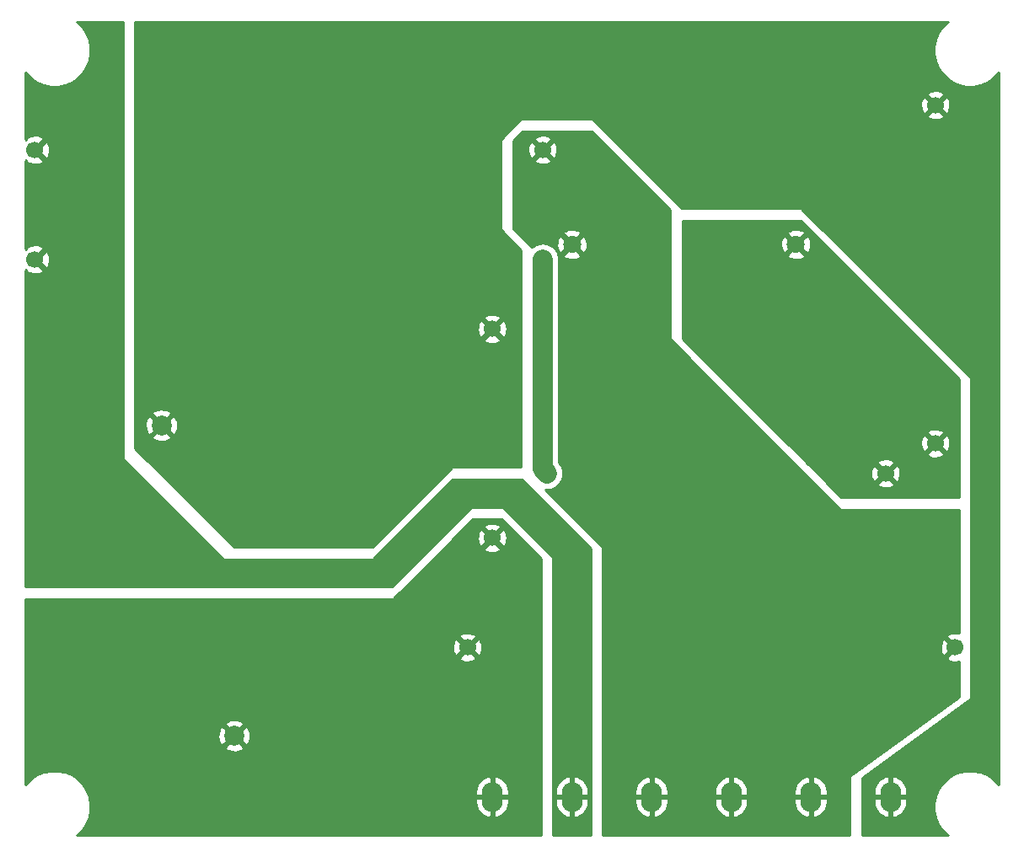
<source format=gbr>
G04 #@! TF.GenerationSoftware,KiCad,Pcbnew,(5.1.2)-2*
G04 #@! TF.CreationDate,2019-07-23T23:47:40+01:00*
G04 #@! TF.ProjectId,crossover,63726f73-736f-4766-9572-2e6b69636164,rev?*
G04 #@! TF.SameCoordinates,PX30a32c0PY7829b80*
G04 #@! TF.FileFunction,Copper,L2,Bot*
G04 #@! TF.FilePolarity,Positive*
%FSLAX46Y46*%
G04 Gerber Fmt 4.6, Leading zero omitted, Abs format (unit mm)*
G04 Created by KiCad (PCBNEW (5.1.2)-2) date 2019-07-23 23:47:40*
%MOMM*%
%LPD*%
G04 APERTURE LIST*
%ADD10C,2.000000*%
%ADD11C,1.800000*%
%ADD12C,1.700000*%
%ADD13O,2.100000X3.000000*%
%ADD14C,2.000000*%
%ADD15C,0.254000*%
G04 APERTURE END LIST*
D10*
X14775001Y42324999D03*
X22075001Y11124999D03*
D11*
X78500000Y60500000D03*
X56000000Y60500000D03*
D12*
X94500000Y20000000D03*
X45500000Y20000000D03*
X92500000Y40500000D03*
X92500000Y74500000D03*
X53500000Y37500000D03*
X87500000Y37500000D03*
X48000000Y31000000D03*
X48000000Y52000000D03*
D13*
X88000000Y5000000D03*
X80000000Y5000000D03*
X56000000Y5000000D03*
X64000000Y5000000D03*
X48000000Y5000000D03*
X72000000Y5000000D03*
D12*
X2060001Y59000000D03*
X53060001Y59000000D03*
X53060001Y70000000D03*
X2060001Y70000000D03*
D14*
X53060001Y37939999D02*
X53500000Y37500000D01*
X53060001Y59000000D02*
X53060001Y37939999D01*
D15*
G36*
X52873000Y28947394D02*
G01*
X52873000Y1127000D01*
X6228680Y1127000D01*
X6312078Y1182725D01*
X6817275Y1687922D01*
X7214206Y2281971D01*
X7487617Y2942043D01*
X7627000Y3642772D01*
X7627000Y4357228D01*
X7524408Y4873000D01*
X46315000Y4873000D01*
X46315000Y4423000D01*
X46372153Y4096713D01*
X46491864Y3787846D01*
X46669531Y3508268D01*
X46898327Y3268723D01*
X47169460Y3078417D01*
X47472510Y2944663D01*
X47611721Y2910346D01*
X47873000Y3029043D01*
X47873000Y4873000D01*
X48127000Y4873000D01*
X48127000Y3029043D01*
X48388279Y2910346D01*
X48527490Y2944663D01*
X48830540Y3078417D01*
X49101673Y3268723D01*
X49330469Y3508268D01*
X49508136Y3787846D01*
X49627847Y4096713D01*
X49685000Y4423000D01*
X49685000Y4873000D01*
X48127000Y4873000D01*
X47873000Y4873000D01*
X46315000Y4873000D01*
X7524408Y4873000D01*
X7487617Y5057957D01*
X7272623Y5577000D01*
X46315000Y5577000D01*
X46315000Y5127000D01*
X47873000Y5127000D01*
X47873000Y6970957D01*
X48127000Y6970957D01*
X48127000Y5127000D01*
X49685000Y5127000D01*
X49685000Y5577000D01*
X49627847Y5903287D01*
X49508136Y6212154D01*
X49330469Y6491732D01*
X49101673Y6731277D01*
X48830540Y6921583D01*
X48527490Y7055337D01*
X48388279Y7089654D01*
X48127000Y6970957D01*
X47873000Y6970957D01*
X47611721Y7089654D01*
X47472510Y7055337D01*
X47169460Y6921583D01*
X46898327Y6731277D01*
X46669531Y6491732D01*
X46491864Y6212154D01*
X46372153Y5903287D01*
X46315000Y5577000D01*
X7272623Y5577000D01*
X7214206Y5718029D01*
X6817275Y6312078D01*
X6312078Y6817275D01*
X5718029Y7214206D01*
X5057957Y7487617D01*
X4357228Y7627000D01*
X3642772Y7627000D01*
X2942043Y7487617D01*
X2281971Y7214206D01*
X1687922Y6817275D01*
X1182725Y6312078D01*
X1127000Y6228680D01*
X1127000Y9989586D01*
X21119193Y9989586D01*
X21214957Y9725185D01*
X21504572Y9584295D01*
X21816109Y9502615D01*
X22137596Y9483281D01*
X22456676Y9527038D01*
X22761089Y9632204D01*
X22935045Y9725185D01*
X23030809Y9989586D01*
X22075001Y10945394D01*
X21119193Y9989586D01*
X1127000Y9989586D01*
X1127000Y11062404D01*
X20433283Y11062404D01*
X20477040Y10743324D01*
X20582206Y10438911D01*
X20675187Y10264955D01*
X20939588Y10169191D01*
X21895396Y11124999D01*
X22254606Y11124999D01*
X23210414Y10169191D01*
X23474815Y10264955D01*
X23615705Y10554570D01*
X23697385Y10866107D01*
X23716719Y11187594D01*
X23672962Y11506674D01*
X23567796Y11811087D01*
X23474815Y11985043D01*
X23210414Y12080807D01*
X22254606Y11124999D01*
X21895396Y11124999D01*
X20939588Y12080807D01*
X20675187Y11985043D01*
X20534297Y11695428D01*
X20452617Y11383891D01*
X20433283Y11062404D01*
X1127000Y11062404D01*
X1127000Y12260412D01*
X21119193Y12260412D01*
X22075001Y11304604D01*
X23030809Y12260412D01*
X22935045Y12524813D01*
X22645430Y12665703D01*
X22333893Y12747383D01*
X22012406Y12766717D01*
X21693326Y12722960D01*
X21388913Y12617794D01*
X21214957Y12524813D01*
X21119193Y12260412D01*
X1127000Y12260412D01*
X1127000Y18971603D01*
X44651208Y18971603D01*
X44728843Y18722528D01*
X44992883Y18596629D01*
X45276411Y18524661D01*
X45568531Y18509389D01*
X45858019Y18551401D01*
X46133747Y18649081D01*
X46271157Y18722528D01*
X46348792Y18971603D01*
X45500000Y19820395D01*
X44651208Y18971603D01*
X1127000Y18971603D01*
X1127000Y19931469D01*
X44009389Y19931469D01*
X44051401Y19641981D01*
X44149081Y19366253D01*
X44222528Y19228843D01*
X44471603Y19151208D01*
X45320395Y20000000D01*
X45679605Y20000000D01*
X46528397Y19151208D01*
X46777472Y19228843D01*
X46903371Y19492883D01*
X46975339Y19776411D01*
X46990611Y20068531D01*
X46948599Y20358019D01*
X46850919Y20633747D01*
X46777472Y20771157D01*
X46528397Y20848792D01*
X45679605Y20000000D01*
X45320395Y20000000D01*
X44471603Y20848792D01*
X44222528Y20771157D01*
X44096629Y20507117D01*
X44024661Y20223589D01*
X44009389Y19931469D01*
X1127000Y19931469D01*
X1127000Y21028397D01*
X44651208Y21028397D01*
X45500000Y20179605D01*
X46348792Y21028397D01*
X46271157Y21277472D01*
X46007117Y21403371D01*
X45723589Y21475339D01*
X45431469Y21490611D01*
X45141981Y21448599D01*
X44866253Y21350919D01*
X44728843Y21277472D01*
X44651208Y21028397D01*
X1127000Y21028397D01*
X1127000Y24873000D01*
X38000000Y24873000D01*
X38024776Y24875440D01*
X38048601Y24882667D01*
X38070557Y24894403D01*
X38089803Y24910197D01*
X43151209Y29971603D01*
X47151208Y29971603D01*
X47228843Y29722528D01*
X47492883Y29596629D01*
X47776411Y29524661D01*
X48068531Y29509389D01*
X48358019Y29551401D01*
X48633747Y29649081D01*
X48771157Y29722528D01*
X48848792Y29971603D01*
X48000000Y30820395D01*
X47151208Y29971603D01*
X43151209Y29971603D01*
X44111075Y30931469D01*
X46509389Y30931469D01*
X46551401Y30641981D01*
X46649081Y30366253D01*
X46722528Y30228843D01*
X46971603Y30151208D01*
X47820395Y31000000D01*
X48179605Y31000000D01*
X49028397Y30151208D01*
X49277472Y30228843D01*
X49403371Y30492883D01*
X49475339Y30776411D01*
X49490611Y31068531D01*
X49448599Y31358019D01*
X49350919Y31633747D01*
X49277472Y31771157D01*
X49028397Y31848792D01*
X48179605Y31000000D01*
X47820395Y31000000D01*
X46971603Y31848792D01*
X46722528Y31771157D01*
X46596629Y31507117D01*
X46524661Y31223589D01*
X46509389Y30931469D01*
X44111075Y30931469D01*
X45208003Y32028397D01*
X47151208Y32028397D01*
X48000000Y31179605D01*
X48848792Y32028397D01*
X48771157Y32277472D01*
X48507117Y32403371D01*
X48223589Y32475339D01*
X47931469Y32490611D01*
X47641981Y32448599D01*
X47366253Y32350919D01*
X47228843Y32277472D01*
X47151208Y32028397D01*
X45208003Y32028397D01*
X46052606Y32873000D01*
X48947394Y32873000D01*
X52873000Y28947394D01*
X52873000Y28947394D01*
G37*
X52873000Y28947394D02*
X52873000Y1127000D01*
X6228680Y1127000D01*
X6312078Y1182725D01*
X6817275Y1687922D01*
X7214206Y2281971D01*
X7487617Y2942043D01*
X7627000Y3642772D01*
X7627000Y4357228D01*
X7524408Y4873000D01*
X46315000Y4873000D01*
X46315000Y4423000D01*
X46372153Y4096713D01*
X46491864Y3787846D01*
X46669531Y3508268D01*
X46898327Y3268723D01*
X47169460Y3078417D01*
X47472510Y2944663D01*
X47611721Y2910346D01*
X47873000Y3029043D01*
X47873000Y4873000D01*
X48127000Y4873000D01*
X48127000Y3029043D01*
X48388279Y2910346D01*
X48527490Y2944663D01*
X48830540Y3078417D01*
X49101673Y3268723D01*
X49330469Y3508268D01*
X49508136Y3787846D01*
X49627847Y4096713D01*
X49685000Y4423000D01*
X49685000Y4873000D01*
X48127000Y4873000D01*
X47873000Y4873000D01*
X46315000Y4873000D01*
X7524408Y4873000D01*
X7487617Y5057957D01*
X7272623Y5577000D01*
X46315000Y5577000D01*
X46315000Y5127000D01*
X47873000Y5127000D01*
X47873000Y6970957D01*
X48127000Y6970957D01*
X48127000Y5127000D01*
X49685000Y5127000D01*
X49685000Y5577000D01*
X49627847Y5903287D01*
X49508136Y6212154D01*
X49330469Y6491732D01*
X49101673Y6731277D01*
X48830540Y6921583D01*
X48527490Y7055337D01*
X48388279Y7089654D01*
X48127000Y6970957D01*
X47873000Y6970957D01*
X47611721Y7089654D01*
X47472510Y7055337D01*
X47169460Y6921583D01*
X46898327Y6731277D01*
X46669531Y6491732D01*
X46491864Y6212154D01*
X46372153Y5903287D01*
X46315000Y5577000D01*
X7272623Y5577000D01*
X7214206Y5718029D01*
X6817275Y6312078D01*
X6312078Y6817275D01*
X5718029Y7214206D01*
X5057957Y7487617D01*
X4357228Y7627000D01*
X3642772Y7627000D01*
X2942043Y7487617D01*
X2281971Y7214206D01*
X1687922Y6817275D01*
X1182725Y6312078D01*
X1127000Y6228680D01*
X1127000Y9989586D01*
X21119193Y9989586D01*
X21214957Y9725185D01*
X21504572Y9584295D01*
X21816109Y9502615D01*
X22137596Y9483281D01*
X22456676Y9527038D01*
X22761089Y9632204D01*
X22935045Y9725185D01*
X23030809Y9989586D01*
X22075001Y10945394D01*
X21119193Y9989586D01*
X1127000Y9989586D01*
X1127000Y11062404D01*
X20433283Y11062404D01*
X20477040Y10743324D01*
X20582206Y10438911D01*
X20675187Y10264955D01*
X20939588Y10169191D01*
X21895396Y11124999D01*
X22254606Y11124999D01*
X23210414Y10169191D01*
X23474815Y10264955D01*
X23615705Y10554570D01*
X23697385Y10866107D01*
X23716719Y11187594D01*
X23672962Y11506674D01*
X23567796Y11811087D01*
X23474815Y11985043D01*
X23210414Y12080807D01*
X22254606Y11124999D01*
X21895396Y11124999D01*
X20939588Y12080807D01*
X20675187Y11985043D01*
X20534297Y11695428D01*
X20452617Y11383891D01*
X20433283Y11062404D01*
X1127000Y11062404D01*
X1127000Y12260412D01*
X21119193Y12260412D01*
X22075001Y11304604D01*
X23030809Y12260412D01*
X22935045Y12524813D01*
X22645430Y12665703D01*
X22333893Y12747383D01*
X22012406Y12766717D01*
X21693326Y12722960D01*
X21388913Y12617794D01*
X21214957Y12524813D01*
X21119193Y12260412D01*
X1127000Y12260412D01*
X1127000Y18971603D01*
X44651208Y18971603D01*
X44728843Y18722528D01*
X44992883Y18596629D01*
X45276411Y18524661D01*
X45568531Y18509389D01*
X45858019Y18551401D01*
X46133747Y18649081D01*
X46271157Y18722528D01*
X46348792Y18971603D01*
X45500000Y19820395D01*
X44651208Y18971603D01*
X1127000Y18971603D01*
X1127000Y19931469D01*
X44009389Y19931469D01*
X44051401Y19641981D01*
X44149081Y19366253D01*
X44222528Y19228843D01*
X44471603Y19151208D01*
X45320395Y20000000D01*
X45679605Y20000000D01*
X46528397Y19151208D01*
X46777472Y19228843D01*
X46903371Y19492883D01*
X46975339Y19776411D01*
X46990611Y20068531D01*
X46948599Y20358019D01*
X46850919Y20633747D01*
X46777472Y20771157D01*
X46528397Y20848792D01*
X45679605Y20000000D01*
X45320395Y20000000D01*
X44471603Y20848792D01*
X44222528Y20771157D01*
X44096629Y20507117D01*
X44024661Y20223589D01*
X44009389Y19931469D01*
X1127000Y19931469D01*
X1127000Y21028397D01*
X44651208Y21028397D01*
X45500000Y20179605D01*
X46348792Y21028397D01*
X46271157Y21277472D01*
X46007117Y21403371D01*
X45723589Y21475339D01*
X45431469Y21490611D01*
X45141981Y21448599D01*
X44866253Y21350919D01*
X44728843Y21277472D01*
X44651208Y21028397D01*
X1127000Y21028397D01*
X1127000Y24873000D01*
X38000000Y24873000D01*
X38024776Y24875440D01*
X38048601Y24882667D01*
X38070557Y24894403D01*
X38089803Y24910197D01*
X43151209Y29971603D01*
X47151208Y29971603D01*
X47228843Y29722528D01*
X47492883Y29596629D01*
X47776411Y29524661D01*
X48068531Y29509389D01*
X48358019Y29551401D01*
X48633747Y29649081D01*
X48771157Y29722528D01*
X48848792Y29971603D01*
X48000000Y30820395D01*
X47151208Y29971603D01*
X43151209Y29971603D01*
X44111075Y30931469D01*
X46509389Y30931469D01*
X46551401Y30641981D01*
X46649081Y30366253D01*
X46722528Y30228843D01*
X46971603Y30151208D01*
X47820395Y31000000D01*
X48179605Y31000000D01*
X49028397Y30151208D01*
X49277472Y30228843D01*
X49403371Y30492883D01*
X49475339Y30776411D01*
X49490611Y31068531D01*
X49448599Y31358019D01*
X49350919Y31633747D01*
X49277472Y31771157D01*
X49028397Y31848792D01*
X48179605Y31000000D01*
X47820395Y31000000D01*
X46971603Y31848792D01*
X46722528Y31771157D01*
X46596629Y31507117D01*
X46524661Y31223589D01*
X46509389Y30931469D01*
X44111075Y30931469D01*
X45208003Y32028397D01*
X47151208Y32028397D01*
X48000000Y31179605D01*
X48848792Y32028397D01*
X48771157Y32277472D01*
X48507117Y32403371D01*
X48223589Y32475339D01*
X47931469Y32490611D01*
X47641981Y32448599D01*
X47366253Y32350919D01*
X47228843Y32277472D01*
X47151208Y32028397D01*
X45208003Y32028397D01*
X46052606Y32873000D01*
X48947394Y32873000D01*
X52873000Y28947394D01*
G36*
X65873000Y63947394D02*
G01*
X65873000Y51000000D01*
X65875440Y50975224D01*
X65882667Y50951399D01*
X65894403Y50929443D01*
X65910197Y50910197D01*
X82910197Y33910197D01*
X82929443Y33894403D01*
X82951399Y33882667D01*
X82975224Y33875440D01*
X83000000Y33873000D01*
X94873000Y33873000D01*
X94873000Y21437414D01*
X94723589Y21475339D01*
X94431469Y21490611D01*
X94141981Y21448599D01*
X93866253Y21350919D01*
X93728843Y21277472D01*
X93651208Y21028397D01*
X94500000Y20179605D01*
X94514143Y20193747D01*
X94693748Y20014142D01*
X94679605Y20000000D01*
X94693748Y19985857D01*
X94514143Y19806252D01*
X94500000Y19820395D01*
X93651208Y18971603D01*
X93728843Y18722528D01*
X93992883Y18596629D01*
X94276411Y18524661D01*
X94568531Y18509389D01*
X94858019Y18551401D01*
X94873000Y18556708D01*
X94873000Y15064671D01*
X83925302Y7102709D01*
X83906700Y7086163D01*
X83891683Y7066306D01*
X83880829Y7043900D01*
X83874554Y7019807D01*
X83873000Y7000000D01*
X83873000Y1127000D01*
X59127000Y1127000D01*
X59127000Y4873000D01*
X62315000Y4873000D01*
X62315000Y4423000D01*
X62372153Y4096713D01*
X62491864Y3787846D01*
X62669531Y3508268D01*
X62898327Y3268723D01*
X63169460Y3078417D01*
X63472510Y2944663D01*
X63611721Y2910346D01*
X63873000Y3029043D01*
X63873000Y4873000D01*
X64127000Y4873000D01*
X64127000Y3029043D01*
X64388279Y2910346D01*
X64527490Y2944663D01*
X64830540Y3078417D01*
X65101673Y3268723D01*
X65330469Y3508268D01*
X65508136Y3787846D01*
X65627847Y4096713D01*
X65685000Y4423000D01*
X65685000Y4873000D01*
X70315000Y4873000D01*
X70315000Y4423000D01*
X70372153Y4096713D01*
X70491864Y3787846D01*
X70669531Y3508268D01*
X70898327Y3268723D01*
X71169460Y3078417D01*
X71472510Y2944663D01*
X71611721Y2910346D01*
X71873000Y3029043D01*
X71873000Y4873000D01*
X72127000Y4873000D01*
X72127000Y3029043D01*
X72388279Y2910346D01*
X72527490Y2944663D01*
X72830540Y3078417D01*
X73101673Y3268723D01*
X73330469Y3508268D01*
X73508136Y3787846D01*
X73627847Y4096713D01*
X73685000Y4423000D01*
X73685000Y4873000D01*
X78315000Y4873000D01*
X78315000Y4423000D01*
X78372153Y4096713D01*
X78491864Y3787846D01*
X78669531Y3508268D01*
X78898327Y3268723D01*
X79169460Y3078417D01*
X79472510Y2944663D01*
X79611721Y2910346D01*
X79873000Y3029043D01*
X79873000Y4873000D01*
X80127000Y4873000D01*
X80127000Y3029043D01*
X80388279Y2910346D01*
X80527490Y2944663D01*
X80830540Y3078417D01*
X81101673Y3268723D01*
X81330469Y3508268D01*
X81508136Y3787846D01*
X81627847Y4096713D01*
X81685000Y4423000D01*
X81685000Y4873000D01*
X80127000Y4873000D01*
X79873000Y4873000D01*
X78315000Y4873000D01*
X73685000Y4873000D01*
X72127000Y4873000D01*
X71873000Y4873000D01*
X70315000Y4873000D01*
X65685000Y4873000D01*
X64127000Y4873000D01*
X63873000Y4873000D01*
X62315000Y4873000D01*
X59127000Y4873000D01*
X59127000Y5577000D01*
X62315000Y5577000D01*
X62315000Y5127000D01*
X63873000Y5127000D01*
X63873000Y6970957D01*
X64127000Y6970957D01*
X64127000Y5127000D01*
X65685000Y5127000D01*
X65685000Y5577000D01*
X70315000Y5577000D01*
X70315000Y5127000D01*
X71873000Y5127000D01*
X71873000Y6970957D01*
X72127000Y6970957D01*
X72127000Y5127000D01*
X73685000Y5127000D01*
X73685000Y5577000D01*
X78315000Y5577000D01*
X78315000Y5127000D01*
X79873000Y5127000D01*
X79873000Y6970957D01*
X80127000Y6970957D01*
X80127000Y5127000D01*
X81685000Y5127000D01*
X81685000Y5577000D01*
X81627847Y5903287D01*
X81508136Y6212154D01*
X81330469Y6491732D01*
X81101673Y6731277D01*
X80830540Y6921583D01*
X80527490Y7055337D01*
X80388279Y7089654D01*
X80127000Y6970957D01*
X79873000Y6970957D01*
X79611721Y7089654D01*
X79472510Y7055337D01*
X79169460Y6921583D01*
X78898327Y6731277D01*
X78669531Y6491732D01*
X78491864Y6212154D01*
X78372153Y5903287D01*
X78315000Y5577000D01*
X73685000Y5577000D01*
X73627847Y5903287D01*
X73508136Y6212154D01*
X73330469Y6491732D01*
X73101673Y6731277D01*
X72830540Y6921583D01*
X72527490Y7055337D01*
X72388279Y7089654D01*
X72127000Y6970957D01*
X71873000Y6970957D01*
X71611721Y7089654D01*
X71472510Y7055337D01*
X71169460Y6921583D01*
X70898327Y6731277D01*
X70669531Y6491732D01*
X70491864Y6212154D01*
X70372153Y5903287D01*
X70315000Y5577000D01*
X65685000Y5577000D01*
X65627847Y5903287D01*
X65508136Y6212154D01*
X65330469Y6491732D01*
X65101673Y6731277D01*
X64830540Y6921583D01*
X64527490Y7055337D01*
X64388279Y7089654D01*
X64127000Y6970957D01*
X63873000Y6970957D01*
X63611721Y7089654D01*
X63472510Y7055337D01*
X63169460Y6921583D01*
X62898327Y6731277D01*
X62669531Y6491732D01*
X62491864Y6212154D01*
X62372153Y5903287D01*
X62315000Y5577000D01*
X59127000Y5577000D01*
X59127000Y19931469D01*
X93009389Y19931469D01*
X93051401Y19641981D01*
X93149081Y19366253D01*
X93222528Y19228843D01*
X93471603Y19151208D01*
X94320395Y20000000D01*
X93471603Y20848792D01*
X93222528Y20771157D01*
X93096629Y20507117D01*
X93024661Y20223589D01*
X93009389Y19931469D01*
X59127000Y19931469D01*
X59127000Y30000000D01*
X59124560Y30024776D01*
X59117333Y30048601D01*
X59105597Y30070557D01*
X59089803Y30089803D01*
X53303127Y35876479D01*
X53500000Y35857088D01*
X53820516Y35888657D01*
X54128715Y35982148D01*
X54412752Y36133970D01*
X54661713Y36338287D01*
X54866030Y36587248D01*
X55017852Y36871285D01*
X55111343Y37179484D01*
X55142912Y37500000D01*
X55111343Y37820517D01*
X55017852Y38128714D01*
X54866030Y38412752D01*
X54712916Y38599323D01*
X54695001Y38617238D01*
X54695001Y59080322D01*
X54671344Y59320516D01*
X54636337Y59435920D01*
X55115525Y59435920D01*
X55199208Y59181739D01*
X55471775Y59050842D01*
X55764642Y58975635D01*
X56066553Y58959009D01*
X56365907Y59001603D01*
X56651199Y59101778D01*
X56800792Y59181739D01*
X56884475Y59435920D01*
X56000000Y60320395D01*
X55115525Y59435920D01*
X54636337Y59435920D01*
X54577853Y59628715D01*
X54426032Y59912752D01*
X54221715Y60161714D01*
X53972752Y60366031D01*
X53846626Y60433447D01*
X54459009Y60433447D01*
X54501603Y60134093D01*
X54601778Y59848801D01*
X54681739Y59699208D01*
X54935920Y59615525D01*
X55820395Y60500000D01*
X56179605Y60500000D01*
X57064080Y59615525D01*
X57318261Y59699208D01*
X57449158Y59971775D01*
X57524365Y60264642D01*
X57540991Y60566553D01*
X57498397Y60865907D01*
X57398222Y61151199D01*
X57318261Y61300792D01*
X57064080Y61384475D01*
X56179605Y60500000D01*
X55820395Y60500000D01*
X54935920Y61384475D01*
X54681739Y61300792D01*
X54550842Y61028225D01*
X54475635Y60735358D01*
X54459009Y60433447D01*
X53846626Y60433447D01*
X53688715Y60517852D01*
X53380516Y60611343D01*
X53060001Y60642911D01*
X52739485Y60611343D01*
X52431286Y60517852D01*
X52147249Y60366031D01*
X51963980Y60215626D01*
X50615526Y61564080D01*
X55115525Y61564080D01*
X56000000Y60679605D01*
X56884475Y61564080D01*
X56800792Y61818261D01*
X56528225Y61949158D01*
X56235358Y62024365D01*
X55933447Y62040991D01*
X55634093Y61998397D01*
X55348801Y61898222D01*
X55199208Y61818261D01*
X55115525Y61564080D01*
X50615526Y61564080D01*
X50127000Y62052606D01*
X50127000Y68971603D01*
X52211209Y68971603D01*
X52288844Y68722528D01*
X52552884Y68596629D01*
X52836412Y68524661D01*
X53128532Y68509389D01*
X53418020Y68551401D01*
X53693748Y68649081D01*
X53831158Y68722528D01*
X53908793Y68971603D01*
X53060001Y69820395D01*
X52211209Y68971603D01*
X50127000Y68971603D01*
X50127000Y69931469D01*
X51569390Y69931469D01*
X51611402Y69641981D01*
X51709082Y69366253D01*
X51782529Y69228843D01*
X52031604Y69151208D01*
X52880396Y70000000D01*
X53239606Y70000000D01*
X54088398Y69151208D01*
X54337473Y69228843D01*
X54463372Y69492883D01*
X54535340Y69776411D01*
X54550612Y70068531D01*
X54508600Y70358019D01*
X54410920Y70633747D01*
X54337473Y70771157D01*
X54088398Y70848792D01*
X53239606Y70000000D01*
X52880396Y70000000D01*
X52031604Y70848792D01*
X51782529Y70771157D01*
X51656630Y70507117D01*
X51584662Y70223589D01*
X51569390Y69931469D01*
X50127000Y69931469D01*
X50127000Y70947394D01*
X50208003Y71028397D01*
X52211209Y71028397D01*
X53060001Y70179605D01*
X53908793Y71028397D01*
X53831158Y71277472D01*
X53567118Y71403371D01*
X53283590Y71475339D01*
X52991470Y71490611D01*
X52701982Y71448599D01*
X52426254Y71350919D01*
X52288844Y71277472D01*
X52211209Y71028397D01*
X50208003Y71028397D01*
X51052606Y71873000D01*
X57947394Y71873000D01*
X65873000Y63947394D01*
X65873000Y63947394D01*
G37*
X65873000Y63947394D02*
X65873000Y51000000D01*
X65875440Y50975224D01*
X65882667Y50951399D01*
X65894403Y50929443D01*
X65910197Y50910197D01*
X82910197Y33910197D01*
X82929443Y33894403D01*
X82951399Y33882667D01*
X82975224Y33875440D01*
X83000000Y33873000D01*
X94873000Y33873000D01*
X94873000Y21437414D01*
X94723589Y21475339D01*
X94431469Y21490611D01*
X94141981Y21448599D01*
X93866253Y21350919D01*
X93728843Y21277472D01*
X93651208Y21028397D01*
X94500000Y20179605D01*
X94514143Y20193747D01*
X94693748Y20014142D01*
X94679605Y20000000D01*
X94693748Y19985857D01*
X94514143Y19806252D01*
X94500000Y19820395D01*
X93651208Y18971603D01*
X93728843Y18722528D01*
X93992883Y18596629D01*
X94276411Y18524661D01*
X94568531Y18509389D01*
X94858019Y18551401D01*
X94873000Y18556708D01*
X94873000Y15064671D01*
X83925302Y7102709D01*
X83906700Y7086163D01*
X83891683Y7066306D01*
X83880829Y7043900D01*
X83874554Y7019807D01*
X83873000Y7000000D01*
X83873000Y1127000D01*
X59127000Y1127000D01*
X59127000Y4873000D01*
X62315000Y4873000D01*
X62315000Y4423000D01*
X62372153Y4096713D01*
X62491864Y3787846D01*
X62669531Y3508268D01*
X62898327Y3268723D01*
X63169460Y3078417D01*
X63472510Y2944663D01*
X63611721Y2910346D01*
X63873000Y3029043D01*
X63873000Y4873000D01*
X64127000Y4873000D01*
X64127000Y3029043D01*
X64388279Y2910346D01*
X64527490Y2944663D01*
X64830540Y3078417D01*
X65101673Y3268723D01*
X65330469Y3508268D01*
X65508136Y3787846D01*
X65627847Y4096713D01*
X65685000Y4423000D01*
X65685000Y4873000D01*
X70315000Y4873000D01*
X70315000Y4423000D01*
X70372153Y4096713D01*
X70491864Y3787846D01*
X70669531Y3508268D01*
X70898327Y3268723D01*
X71169460Y3078417D01*
X71472510Y2944663D01*
X71611721Y2910346D01*
X71873000Y3029043D01*
X71873000Y4873000D01*
X72127000Y4873000D01*
X72127000Y3029043D01*
X72388279Y2910346D01*
X72527490Y2944663D01*
X72830540Y3078417D01*
X73101673Y3268723D01*
X73330469Y3508268D01*
X73508136Y3787846D01*
X73627847Y4096713D01*
X73685000Y4423000D01*
X73685000Y4873000D01*
X78315000Y4873000D01*
X78315000Y4423000D01*
X78372153Y4096713D01*
X78491864Y3787846D01*
X78669531Y3508268D01*
X78898327Y3268723D01*
X79169460Y3078417D01*
X79472510Y2944663D01*
X79611721Y2910346D01*
X79873000Y3029043D01*
X79873000Y4873000D01*
X80127000Y4873000D01*
X80127000Y3029043D01*
X80388279Y2910346D01*
X80527490Y2944663D01*
X80830540Y3078417D01*
X81101673Y3268723D01*
X81330469Y3508268D01*
X81508136Y3787846D01*
X81627847Y4096713D01*
X81685000Y4423000D01*
X81685000Y4873000D01*
X80127000Y4873000D01*
X79873000Y4873000D01*
X78315000Y4873000D01*
X73685000Y4873000D01*
X72127000Y4873000D01*
X71873000Y4873000D01*
X70315000Y4873000D01*
X65685000Y4873000D01*
X64127000Y4873000D01*
X63873000Y4873000D01*
X62315000Y4873000D01*
X59127000Y4873000D01*
X59127000Y5577000D01*
X62315000Y5577000D01*
X62315000Y5127000D01*
X63873000Y5127000D01*
X63873000Y6970957D01*
X64127000Y6970957D01*
X64127000Y5127000D01*
X65685000Y5127000D01*
X65685000Y5577000D01*
X70315000Y5577000D01*
X70315000Y5127000D01*
X71873000Y5127000D01*
X71873000Y6970957D01*
X72127000Y6970957D01*
X72127000Y5127000D01*
X73685000Y5127000D01*
X73685000Y5577000D01*
X78315000Y5577000D01*
X78315000Y5127000D01*
X79873000Y5127000D01*
X79873000Y6970957D01*
X80127000Y6970957D01*
X80127000Y5127000D01*
X81685000Y5127000D01*
X81685000Y5577000D01*
X81627847Y5903287D01*
X81508136Y6212154D01*
X81330469Y6491732D01*
X81101673Y6731277D01*
X80830540Y6921583D01*
X80527490Y7055337D01*
X80388279Y7089654D01*
X80127000Y6970957D01*
X79873000Y6970957D01*
X79611721Y7089654D01*
X79472510Y7055337D01*
X79169460Y6921583D01*
X78898327Y6731277D01*
X78669531Y6491732D01*
X78491864Y6212154D01*
X78372153Y5903287D01*
X78315000Y5577000D01*
X73685000Y5577000D01*
X73627847Y5903287D01*
X73508136Y6212154D01*
X73330469Y6491732D01*
X73101673Y6731277D01*
X72830540Y6921583D01*
X72527490Y7055337D01*
X72388279Y7089654D01*
X72127000Y6970957D01*
X71873000Y6970957D01*
X71611721Y7089654D01*
X71472510Y7055337D01*
X71169460Y6921583D01*
X70898327Y6731277D01*
X70669531Y6491732D01*
X70491864Y6212154D01*
X70372153Y5903287D01*
X70315000Y5577000D01*
X65685000Y5577000D01*
X65627847Y5903287D01*
X65508136Y6212154D01*
X65330469Y6491732D01*
X65101673Y6731277D01*
X64830540Y6921583D01*
X64527490Y7055337D01*
X64388279Y7089654D01*
X64127000Y6970957D01*
X63873000Y6970957D01*
X63611721Y7089654D01*
X63472510Y7055337D01*
X63169460Y6921583D01*
X62898327Y6731277D01*
X62669531Y6491732D01*
X62491864Y6212154D01*
X62372153Y5903287D01*
X62315000Y5577000D01*
X59127000Y5577000D01*
X59127000Y19931469D01*
X93009389Y19931469D01*
X93051401Y19641981D01*
X93149081Y19366253D01*
X93222528Y19228843D01*
X93471603Y19151208D01*
X94320395Y20000000D01*
X93471603Y20848792D01*
X93222528Y20771157D01*
X93096629Y20507117D01*
X93024661Y20223589D01*
X93009389Y19931469D01*
X59127000Y19931469D01*
X59127000Y30000000D01*
X59124560Y30024776D01*
X59117333Y30048601D01*
X59105597Y30070557D01*
X59089803Y30089803D01*
X53303127Y35876479D01*
X53500000Y35857088D01*
X53820516Y35888657D01*
X54128715Y35982148D01*
X54412752Y36133970D01*
X54661713Y36338287D01*
X54866030Y36587248D01*
X55017852Y36871285D01*
X55111343Y37179484D01*
X55142912Y37500000D01*
X55111343Y37820517D01*
X55017852Y38128714D01*
X54866030Y38412752D01*
X54712916Y38599323D01*
X54695001Y38617238D01*
X54695001Y59080322D01*
X54671344Y59320516D01*
X54636337Y59435920D01*
X55115525Y59435920D01*
X55199208Y59181739D01*
X55471775Y59050842D01*
X55764642Y58975635D01*
X56066553Y58959009D01*
X56365907Y59001603D01*
X56651199Y59101778D01*
X56800792Y59181739D01*
X56884475Y59435920D01*
X56000000Y60320395D01*
X55115525Y59435920D01*
X54636337Y59435920D01*
X54577853Y59628715D01*
X54426032Y59912752D01*
X54221715Y60161714D01*
X53972752Y60366031D01*
X53846626Y60433447D01*
X54459009Y60433447D01*
X54501603Y60134093D01*
X54601778Y59848801D01*
X54681739Y59699208D01*
X54935920Y59615525D01*
X55820395Y60500000D01*
X56179605Y60500000D01*
X57064080Y59615525D01*
X57318261Y59699208D01*
X57449158Y59971775D01*
X57524365Y60264642D01*
X57540991Y60566553D01*
X57498397Y60865907D01*
X57398222Y61151199D01*
X57318261Y61300792D01*
X57064080Y61384475D01*
X56179605Y60500000D01*
X55820395Y60500000D01*
X54935920Y61384475D01*
X54681739Y61300792D01*
X54550842Y61028225D01*
X54475635Y60735358D01*
X54459009Y60433447D01*
X53846626Y60433447D01*
X53688715Y60517852D01*
X53380516Y60611343D01*
X53060001Y60642911D01*
X52739485Y60611343D01*
X52431286Y60517852D01*
X52147249Y60366031D01*
X51963980Y60215626D01*
X50615526Y61564080D01*
X55115525Y61564080D01*
X56000000Y60679605D01*
X56884475Y61564080D01*
X56800792Y61818261D01*
X56528225Y61949158D01*
X56235358Y62024365D01*
X55933447Y62040991D01*
X55634093Y61998397D01*
X55348801Y61898222D01*
X55199208Y61818261D01*
X55115525Y61564080D01*
X50615526Y61564080D01*
X50127000Y62052606D01*
X50127000Y68971603D01*
X52211209Y68971603D01*
X52288844Y68722528D01*
X52552884Y68596629D01*
X52836412Y68524661D01*
X53128532Y68509389D01*
X53418020Y68551401D01*
X53693748Y68649081D01*
X53831158Y68722528D01*
X53908793Y68971603D01*
X53060001Y69820395D01*
X52211209Y68971603D01*
X50127000Y68971603D01*
X50127000Y69931469D01*
X51569390Y69931469D01*
X51611402Y69641981D01*
X51709082Y69366253D01*
X51782529Y69228843D01*
X52031604Y69151208D01*
X52880396Y70000000D01*
X53239606Y70000000D01*
X54088398Y69151208D01*
X54337473Y69228843D01*
X54463372Y69492883D01*
X54535340Y69776411D01*
X54550612Y70068531D01*
X54508600Y70358019D01*
X54410920Y70633747D01*
X54337473Y70771157D01*
X54088398Y70848792D01*
X53239606Y70000000D01*
X52880396Y70000000D01*
X52031604Y70848792D01*
X51782529Y70771157D01*
X51656630Y70507117D01*
X51584662Y70223589D01*
X51569390Y69931469D01*
X50127000Y69931469D01*
X50127000Y70947394D01*
X50208003Y71028397D01*
X52211209Y71028397D01*
X53060001Y70179605D01*
X53908793Y71028397D01*
X53831158Y71277472D01*
X53567118Y71403371D01*
X53283590Y71475339D01*
X52991470Y71490611D01*
X52701982Y71448599D01*
X52426254Y71350919D01*
X52288844Y71277472D01*
X52211209Y71028397D01*
X50208003Y71028397D01*
X51052606Y71873000D01*
X57947394Y71873000D01*
X65873000Y63947394D01*
G36*
X10873000Y39000000D02*
G01*
X10875440Y38975224D01*
X10882667Y38951399D01*
X10894403Y38929443D01*
X10910197Y38910197D01*
X20910197Y28910197D01*
X20929443Y28894403D01*
X20951399Y28882667D01*
X20975224Y28875440D01*
X21000000Y28873000D01*
X36000000Y28873000D01*
X36024776Y28875440D01*
X36048601Y28882667D01*
X36070557Y28894403D01*
X36089803Y28910197D01*
X44052606Y36873000D01*
X50947394Y36873000D01*
X57873000Y29947394D01*
X57873000Y1127000D01*
X54127000Y1127000D01*
X54127000Y4873000D01*
X54315000Y4873000D01*
X54315000Y4423000D01*
X54372153Y4096713D01*
X54491864Y3787846D01*
X54669531Y3508268D01*
X54898327Y3268723D01*
X55169460Y3078417D01*
X55472510Y2944663D01*
X55611721Y2910346D01*
X55873000Y3029043D01*
X55873000Y4873000D01*
X56127000Y4873000D01*
X56127000Y3029043D01*
X56388279Y2910346D01*
X56527490Y2944663D01*
X56830540Y3078417D01*
X57101673Y3268723D01*
X57330469Y3508268D01*
X57508136Y3787846D01*
X57627847Y4096713D01*
X57685000Y4423000D01*
X57685000Y4873000D01*
X56127000Y4873000D01*
X55873000Y4873000D01*
X54315000Y4873000D01*
X54127000Y4873000D01*
X54127000Y5577000D01*
X54315000Y5577000D01*
X54315000Y5127000D01*
X55873000Y5127000D01*
X55873000Y6970957D01*
X56127000Y6970957D01*
X56127000Y5127000D01*
X57685000Y5127000D01*
X57685000Y5577000D01*
X57627847Y5903287D01*
X57508136Y6212154D01*
X57330469Y6491732D01*
X57101673Y6731277D01*
X56830540Y6921583D01*
X56527490Y7055337D01*
X56388279Y7089654D01*
X56127000Y6970957D01*
X55873000Y6970957D01*
X55611721Y7089654D01*
X55472510Y7055337D01*
X55169460Y6921583D01*
X54898327Y6731277D01*
X54669531Y6491732D01*
X54491864Y6212154D01*
X54372153Y5903287D01*
X54315000Y5577000D01*
X54127000Y5577000D01*
X54127000Y29000000D01*
X54124560Y29024776D01*
X54117333Y29048601D01*
X54105597Y29070557D01*
X54089803Y29089803D01*
X49089803Y34089803D01*
X49070557Y34105597D01*
X49048601Y34117333D01*
X49024776Y34124560D01*
X49000000Y34127000D01*
X46000000Y34127000D01*
X45975224Y34124560D01*
X45951399Y34117333D01*
X45929443Y34105597D01*
X45910197Y34089803D01*
X37947394Y26127000D01*
X1127000Y26127000D01*
X1127000Y57887391D01*
X1211210Y57971601D01*
X1288844Y57722528D01*
X1552884Y57596629D01*
X1836412Y57524661D01*
X2128532Y57509389D01*
X2418020Y57551401D01*
X2693748Y57649081D01*
X2831158Y57722528D01*
X2908793Y57971603D01*
X2060001Y58820395D01*
X2045859Y58806252D01*
X1866254Y58985857D01*
X1880396Y59000000D01*
X2239606Y59000000D01*
X3088398Y58151208D01*
X3337473Y58228843D01*
X3463372Y58492883D01*
X3535340Y58776411D01*
X3550612Y59068531D01*
X3508600Y59358019D01*
X3410920Y59633747D01*
X3337473Y59771157D01*
X3088398Y59848792D01*
X2239606Y59000000D01*
X1880396Y59000000D01*
X1866254Y59014142D01*
X2045859Y59193747D01*
X2060001Y59179605D01*
X2908793Y60028397D01*
X2831158Y60277472D01*
X2567118Y60403371D01*
X2283590Y60475339D01*
X1991470Y60490611D01*
X1701982Y60448599D01*
X1426254Y60350919D01*
X1288844Y60277472D01*
X1211210Y60028399D01*
X1127000Y60112609D01*
X1127000Y68887391D01*
X1211210Y68971601D01*
X1288844Y68722528D01*
X1552884Y68596629D01*
X1836412Y68524661D01*
X2128532Y68509389D01*
X2418020Y68551401D01*
X2693748Y68649081D01*
X2831158Y68722528D01*
X2908793Y68971603D01*
X2060001Y69820395D01*
X2045859Y69806252D01*
X1866254Y69985857D01*
X1880396Y70000000D01*
X2239606Y70000000D01*
X3088398Y69151208D01*
X3337473Y69228843D01*
X3463372Y69492883D01*
X3535340Y69776411D01*
X3550612Y70068531D01*
X3508600Y70358019D01*
X3410920Y70633747D01*
X3337473Y70771157D01*
X3088398Y70848792D01*
X2239606Y70000000D01*
X1880396Y70000000D01*
X1866254Y70014142D01*
X2045859Y70193747D01*
X2060001Y70179605D01*
X2908793Y71028397D01*
X2831158Y71277472D01*
X2567118Y71403371D01*
X2283590Y71475339D01*
X1991470Y71490611D01*
X1701982Y71448599D01*
X1426254Y71350919D01*
X1288844Y71277472D01*
X1211210Y71028399D01*
X1127000Y71112609D01*
X1127000Y77771320D01*
X1182725Y77687922D01*
X1687922Y77182725D01*
X2281971Y76785794D01*
X2942043Y76512383D01*
X3642772Y76373000D01*
X4357228Y76373000D01*
X5057957Y76512383D01*
X5718029Y76785794D01*
X6312078Y77182725D01*
X6817275Y77687922D01*
X7214206Y78281971D01*
X7487617Y78942043D01*
X7627000Y79642772D01*
X7627000Y80357228D01*
X7487617Y81057957D01*
X7214206Y81718029D01*
X6817275Y82312078D01*
X6312078Y82817275D01*
X6228680Y82873000D01*
X10873000Y82873000D01*
X10873000Y39000000D01*
X10873000Y39000000D01*
G37*
X10873000Y39000000D02*
X10875440Y38975224D01*
X10882667Y38951399D01*
X10894403Y38929443D01*
X10910197Y38910197D01*
X20910197Y28910197D01*
X20929443Y28894403D01*
X20951399Y28882667D01*
X20975224Y28875440D01*
X21000000Y28873000D01*
X36000000Y28873000D01*
X36024776Y28875440D01*
X36048601Y28882667D01*
X36070557Y28894403D01*
X36089803Y28910197D01*
X44052606Y36873000D01*
X50947394Y36873000D01*
X57873000Y29947394D01*
X57873000Y1127000D01*
X54127000Y1127000D01*
X54127000Y4873000D01*
X54315000Y4873000D01*
X54315000Y4423000D01*
X54372153Y4096713D01*
X54491864Y3787846D01*
X54669531Y3508268D01*
X54898327Y3268723D01*
X55169460Y3078417D01*
X55472510Y2944663D01*
X55611721Y2910346D01*
X55873000Y3029043D01*
X55873000Y4873000D01*
X56127000Y4873000D01*
X56127000Y3029043D01*
X56388279Y2910346D01*
X56527490Y2944663D01*
X56830540Y3078417D01*
X57101673Y3268723D01*
X57330469Y3508268D01*
X57508136Y3787846D01*
X57627847Y4096713D01*
X57685000Y4423000D01*
X57685000Y4873000D01*
X56127000Y4873000D01*
X55873000Y4873000D01*
X54315000Y4873000D01*
X54127000Y4873000D01*
X54127000Y5577000D01*
X54315000Y5577000D01*
X54315000Y5127000D01*
X55873000Y5127000D01*
X55873000Y6970957D01*
X56127000Y6970957D01*
X56127000Y5127000D01*
X57685000Y5127000D01*
X57685000Y5577000D01*
X57627847Y5903287D01*
X57508136Y6212154D01*
X57330469Y6491732D01*
X57101673Y6731277D01*
X56830540Y6921583D01*
X56527490Y7055337D01*
X56388279Y7089654D01*
X56127000Y6970957D01*
X55873000Y6970957D01*
X55611721Y7089654D01*
X55472510Y7055337D01*
X55169460Y6921583D01*
X54898327Y6731277D01*
X54669531Y6491732D01*
X54491864Y6212154D01*
X54372153Y5903287D01*
X54315000Y5577000D01*
X54127000Y5577000D01*
X54127000Y29000000D01*
X54124560Y29024776D01*
X54117333Y29048601D01*
X54105597Y29070557D01*
X54089803Y29089803D01*
X49089803Y34089803D01*
X49070557Y34105597D01*
X49048601Y34117333D01*
X49024776Y34124560D01*
X49000000Y34127000D01*
X46000000Y34127000D01*
X45975224Y34124560D01*
X45951399Y34117333D01*
X45929443Y34105597D01*
X45910197Y34089803D01*
X37947394Y26127000D01*
X1127000Y26127000D01*
X1127000Y57887391D01*
X1211210Y57971601D01*
X1288844Y57722528D01*
X1552884Y57596629D01*
X1836412Y57524661D01*
X2128532Y57509389D01*
X2418020Y57551401D01*
X2693748Y57649081D01*
X2831158Y57722528D01*
X2908793Y57971603D01*
X2060001Y58820395D01*
X2045859Y58806252D01*
X1866254Y58985857D01*
X1880396Y59000000D01*
X2239606Y59000000D01*
X3088398Y58151208D01*
X3337473Y58228843D01*
X3463372Y58492883D01*
X3535340Y58776411D01*
X3550612Y59068531D01*
X3508600Y59358019D01*
X3410920Y59633747D01*
X3337473Y59771157D01*
X3088398Y59848792D01*
X2239606Y59000000D01*
X1880396Y59000000D01*
X1866254Y59014142D01*
X2045859Y59193747D01*
X2060001Y59179605D01*
X2908793Y60028397D01*
X2831158Y60277472D01*
X2567118Y60403371D01*
X2283590Y60475339D01*
X1991470Y60490611D01*
X1701982Y60448599D01*
X1426254Y60350919D01*
X1288844Y60277472D01*
X1211210Y60028399D01*
X1127000Y60112609D01*
X1127000Y68887391D01*
X1211210Y68971601D01*
X1288844Y68722528D01*
X1552884Y68596629D01*
X1836412Y68524661D01*
X2128532Y68509389D01*
X2418020Y68551401D01*
X2693748Y68649081D01*
X2831158Y68722528D01*
X2908793Y68971603D01*
X2060001Y69820395D01*
X2045859Y69806252D01*
X1866254Y69985857D01*
X1880396Y70000000D01*
X2239606Y70000000D01*
X3088398Y69151208D01*
X3337473Y69228843D01*
X3463372Y69492883D01*
X3535340Y69776411D01*
X3550612Y70068531D01*
X3508600Y70358019D01*
X3410920Y70633747D01*
X3337473Y70771157D01*
X3088398Y70848792D01*
X2239606Y70000000D01*
X1880396Y70000000D01*
X1866254Y70014142D01*
X2045859Y70193747D01*
X2060001Y70179605D01*
X2908793Y71028397D01*
X2831158Y71277472D01*
X2567118Y71403371D01*
X2283590Y71475339D01*
X1991470Y71490611D01*
X1701982Y71448599D01*
X1426254Y71350919D01*
X1288844Y71277472D01*
X1211210Y71028399D01*
X1127000Y71112609D01*
X1127000Y77771320D01*
X1182725Y77687922D01*
X1687922Y77182725D01*
X2281971Y76785794D01*
X2942043Y76512383D01*
X3642772Y76373000D01*
X4357228Y76373000D01*
X5057957Y76512383D01*
X5718029Y76785794D01*
X6312078Y77182725D01*
X6817275Y77687922D01*
X7214206Y78281971D01*
X7487617Y78942043D01*
X7627000Y79642772D01*
X7627000Y80357228D01*
X7487617Y81057957D01*
X7214206Y81718029D01*
X6817275Y82312078D01*
X6312078Y82817275D01*
X6228680Y82873000D01*
X10873000Y82873000D01*
X10873000Y39000000D01*
G36*
X93687922Y82817275D02*
G01*
X93182725Y82312078D01*
X92785794Y81718029D01*
X92512383Y81057957D01*
X92373000Y80357228D01*
X92373000Y79642772D01*
X92512383Y78942043D01*
X92785794Y78281971D01*
X93182725Y77687922D01*
X93687922Y77182725D01*
X94281971Y76785794D01*
X94942043Y76512383D01*
X95642772Y76373000D01*
X96357228Y76373000D01*
X97057957Y76512383D01*
X97718029Y76785794D01*
X98312078Y77182725D01*
X98817275Y77687922D01*
X98873000Y77771320D01*
X98873000Y6228680D01*
X98817275Y6312078D01*
X98312078Y6817275D01*
X97718029Y7214206D01*
X97057957Y7487617D01*
X96357228Y7627000D01*
X95642772Y7627000D01*
X94942043Y7487617D01*
X94281971Y7214206D01*
X93687922Y6817275D01*
X93182725Y6312078D01*
X92785794Y5718029D01*
X92512383Y5057957D01*
X92373000Y4357228D01*
X92373000Y3642772D01*
X92512383Y2942043D01*
X92785794Y2281971D01*
X93182725Y1687922D01*
X93687922Y1182725D01*
X93771320Y1127000D01*
X85127000Y1127000D01*
X85127000Y4873000D01*
X86315000Y4873000D01*
X86315000Y4423000D01*
X86372153Y4096713D01*
X86491864Y3787846D01*
X86669531Y3508268D01*
X86898327Y3268723D01*
X87169460Y3078417D01*
X87472510Y2944663D01*
X87611721Y2910346D01*
X87873000Y3029043D01*
X87873000Y4873000D01*
X88127000Y4873000D01*
X88127000Y3029043D01*
X88388279Y2910346D01*
X88527490Y2944663D01*
X88830540Y3078417D01*
X89101673Y3268723D01*
X89330469Y3508268D01*
X89508136Y3787846D01*
X89627847Y4096713D01*
X89685000Y4423000D01*
X89685000Y4873000D01*
X88127000Y4873000D01*
X87873000Y4873000D01*
X86315000Y4873000D01*
X85127000Y4873000D01*
X85127000Y5577000D01*
X86315000Y5577000D01*
X86315000Y5127000D01*
X87873000Y5127000D01*
X87873000Y6970957D01*
X88127000Y6970957D01*
X88127000Y5127000D01*
X89685000Y5127000D01*
X89685000Y5577000D01*
X89627847Y5903287D01*
X89508136Y6212154D01*
X89330469Y6491732D01*
X89101673Y6731277D01*
X88830540Y6921583D01*
X88527490Y7055337D01*
X88388279Y7089654D01*
X88127000Y6970957D01*
X87873000Y6970957D01*
X87611721Y7089654D01*
X87472510Y7055337D01*
X87169460Y6921583D01*
X86898327Y6731277D01*
X86669531Y6491732D01*
X86491864Y6212154D01*
X86372153Y5903287D01*
X86315000Y5577000D01*
X85127000Y5577000D01*
X85127000Y6935329D01*
X96074698Y14897291D01*
X96093300Y14913837D01*
X96108317Y14933694D01*
X96119171Y14956100D01*
X96125446Y14980193D01*
X96127000Y15000000D01*
X96127000Y47000000D01*
X96124560Y47024776D01*
X96117333Y47048601D01*
X96105597Y47070557D01*
X96089803Y47089803D01*
X79089803Y64089803D01*
X79070557Y64105597D01*
X79048601Y64117333D01*
X79024776Y64124560D01*
X79000000Y64127000D01*
X67052606Y64127000D01*
X58089803Y73089803D01*
X58070557Y73105597D01*
X58048601Y73117333D01*
X58024776Y73124560D01*
X58000000Y73127000D01*
X51000000Y73127000D01*
X50975224Y73124560D01*
X50951399Y73117333D01*
X50929443Y73105597D01*
X50910197Y73089803D01*
X48910197Y71089803D01*
X48894403Y71070557D01*
X48882667Y71048601D01*
X48875440Y71024776D01*
X48873000Y71000000D01*
X48873000Y62000000D01*
X48875440Y61975224D01*
X48882667Y61951399D01*
X48894403Y61929443D01*
X48910197Y61910197D01*
X50873000Y59947394D01*
X50873000Y38127000D01*
X44000000Y38127000D01*
X43975224Y38124560D01*
X43951399Y38117333D01*
X43929443Y38105597D01*
X43910197Y38089803D01*
X35947394Y30127000D01*
X22052606Y30127000D01*
X12127000Y40052606D01*
X12127000Y41189586D01*
X13819193Y41189586D01*
X13914957Y40925185D01*
X14204572Y40784295D01*
X14516109Y40702615D01*
X14837596Y40683281D01*
X15156676Y40727038D01*
X15461089Y40832204D01*
X15635045Y40925185D01*
X15730809Y41189586D01*
X14775001Y42145394D01*
X13819193Y41189586D01*
X12127000Y41189586D01*
X12127000Y42262404D01*
X13133283Y42262404D01*
X13177040Y41943324D01*
X13282206Y41638911D01*
X13375187Y41464955D01*
X13639588Y41369191D01*
X14595396Y42324999D01*
X14954606Y42324999D01*
X15910414Y41369191D01*
X16174815Y41464955D01*
X16315705Y41754570D01*
X16397385Y42066107D01*
X16416719Y42387594D01*
X16372962Y42706674D01*
X16267796Y43011087D01*
X16174815Y43185043D01*
X15910414Y43280807D01*
X14954606Y42324999D01*
X14595396Y42324999D01*
X13639588Y43280807D01*
X13375187Y43185043D01*
X13234297Y42895428D01*
X13152617Y42583891D01*
X13133283Y42262404D01*
X12127000Y42262404D01*
X12127000Y43460412D01*
X13819193Y43460412D01*
X14775001Y42504604D01*
X15730809Y43460412D01*
X15635045Y43724813D01*
X15345430Y43865703D01*
X15033893Y43947383D01*
X14712406Y43966717D01*
X14393326Y43922960D01*
X14088913Y43817794D01*
X13914957Y43724813D01*
X13819193Y43460412D01*
X12127000Y43460412D01*
X12127000Y50971603D01*
X47151208Y50971603D01*
X47228843Y50722528D01*
X47492883Y50596629D01*
X47776411Y50524661D01*
X48068531Y50509389D01*
X48358019Y50551401D01*
X48633747Y50649081D01*
X48771157Y50722528D01*
X48848792Y50971603D01*
X48000000Y51820395D01*
X47151208Y50971603D01*
X12127000Y50971603D01*
X12127000Y51931469D01*
X46509389Y51931469D01*
X46551401Y51641981D01*
X46649081Y51366253D01*
X46722528Y51228843D01*
X46971603Y51151208D01*
X47820395Y52000000D01*
X48179605Y52000000D01*
X49028397Y51151208D01*
X49277472Y51228843D01*
X49403371Y51492883D01*
X49475339Y51776411D01*
X49490611Y52068531D01*
X49448599Y52358019D01*
X49350919Y52633747D01*
X49277472Y52771157D01*
X49028397Y52848792D01*
X48179605Y52000000D01*
X47820395Y52000000D01*
X46971603Y52848792D01*
X46722528Y52771157D01*
X46596629Y52507117D01*
X46524661Y52223589D01*
X46509389Y51931469D01*
X12127000Y51931469D01*
X12127000Y53028397D01*
X47151208Y53028397D01*
X48000000Y52179605D01*
X48848792Y53028397D01*
X48771157Y53277472D01*
X48507117Y53403371D01*
X48223589Y53475339D01*
X47931469Y53490611D01*
X47641981Y53448599D01*
X47366253Y53350919D01*
X47228843Y53277472D01*
X47151208Y53028397D01*
X12127000Y53028397D01*
X12127000Y73471603D01*
X91651208Y73471603D01*
X91728843Y73222528D01*
X91992883Y73096629D01*
X92276411Y73024661D01*
X92568531Y73009389D01*
X92858019Y73051401D01*
X93133747Y73149081D01*
X93271157Y73222528D01*
X93348792Y73471603D01*
X92500000Y74320395D01*
X91651208Y73471603D01*
X12127000Y73471603D01*
X12127000Y74431469D01*
X91009389Y74431469D01*
X91051401Y74141981D01*
X91149081Y73866253D01*
X91222528Y73728843D01*
X91471603Y73651208D01*
X92320395Y74500000D01*
X92679605Y74500000D01*
X93528397Y73651208D01*
X93777472Y73728843D01*
X93903371Y73992883D01*
X93975339Y74276411D01*
X93990611Y74568531D01*
X93948599Y74858019D01*
X93850919Y75133747D01*
X93777472Y75271157D01*
X93528397Y75348792D01*
X92679605Y74500000D01*
X92320395Y74500000D01*
X91471603Y75348792D01*
X91222528Y75271157D01*
X91096629Y75007117D01*
X91024661Y74723589D01*
X91009389Y74431469D01*
X12127000Y74431469D01*
X12127000Y75528397D01*
X91651208Y75528397D01*
X92500000Y74679605D01*
X93348792Y75528397D01*
X93271157Y75777472D01*
X93007117Y75903371D01*
X92723589Y75975339D01*
X92431469Y75990611D01*
X92141981Y75948599D01*
X91866253Y75850919D01*
X91728843Y75777472D01*
X91651208Y75528397D01*
X12127000Y75528397D01*
X12127000Y82873000D01*
X93771320Y82873000D01*
X93687922Y82817275D01*
X93687922Y82817275D01*
G37*
X93687922Y82817275D02*
X93182725Y82312078D01*
X92785794Y81718029D01*
X92512383Y81057957D01*
X92373000Y80357228D01*
X92373000Y79642772D01*
X92512383Y78942043D01*
X92785794Y78281971D01*
X93182725Y77687922D01*
X93687922Y77182725D01*
X94281971Y76785794D01*
X94942043Y76512383D01*
X95642772Y76373000D01*
X96357228Y76373000D01*
X97057957Y76512383D01*
X97718029Y76785794D01*
X98312078Y77182725D01*
X98817275Y77687922D01*
X98873000Y77771320D01*
X98873000Y6228680D01*
X98817275Y6312078D01*
X98312078Y6817275D01*
X97718029Y7214206D01*
X97057957Y7487617D01*
X96357228Y7627000D01*
X95642772Y7627000D01*
X94942043Y7487617D01*
X94281971Y7214206D01*
X93687922Y6817275D01*
X93182725Y6312078D01*
X92785794Y5718029D01*
X92512383Y5057957D01*
X92373000Y4357228D01*
X92373000Y3642772D01*
X92512383Y2942043D01*
X92785794Y2281971D01*
X93182725Y1687922D01*
X93687922Y1182725D01*
X93771320Y1127000D01*
X85127000Y1127000D01*
X85127000Y4873000D01*
X86315000Y4873000D01*
X86315000Y4423000D01*
X86372153Y4096713D01*
X86491864Y3787846D01*
X86669531Y3508268D01*
X86898327Y3268723D01*
X87169460Y3078417D01*
X87472510Y2944663D01*
X87611721Y2910346D01*
X87873000Y3029043D01*
X87873000Y4873000D01*
X88127000Y4873000D01*
X88127000Y3029043D01*
X88388279Y2910346D01*
X88527490Y2944663D01*
X88830540Y3078417D01*
X89101673Y3268723D01*
X89330469Y3508268D01*
X89508136Y3787846D01*
X89627847Y4096713D01*
X89685000Y4423000D01*
X89685000Y4873000D01*
X88127000Y4873000D01*
X87873000Y4873000D01*
X86315000Y4873000D01*
X85127000Y4873000D01*
X85127000Y5577000D01*
X86315000Y5577000D01*
X86315000Y5127000D01*
X87873000Y5127000D01*
X87873000Y6970957D01*
X88127000Y6970957D01*
X88127000Y5127000D01*
X89685000Y5127000D01*
X89685000Y5577000D01*
X89627847Y5903287D01*
X89508136Y6212154D01*
X89330469Y6491732D01*
X89101673Y6731277D01*
X88830540Y6921583D01*
X88527490Y7055337D01*
X88388279Y7089654D01*
X88127000Y6970957D01*
X87873000Y6970957D01*
X87611721Y7089654D01*
X87472510Y7055337D01*
X87169460Y6921583D01*
X86898327Y6731277D01*
X86669531Y6491732D01*
X86491864Y6212154D01*
X86372153Y5903287D01*
X86315000Y5577000D01*
X85127000Y5577000D01*
X85127000Y6935329D01*
X96074698Y14897291D01*
X96093300Y14913837D01*
X96108317Y14933694D01*
X96119171Y14956100D01*
X96125446Y14980193D01*
X96127000Y15000000D01*
X96127000Y47000000D01*
X96124560Y47024776D01*
X96117333Y47048601D01*
X96105597Y47070557D01*
X96089803Y47089803D01*
X79089803Y64089803D01*
X79070557Y64105597D01*
X79048601Y64117333D01*
X79024776Y64124560D01*
X79000000Y64127000D01*
X67052606Y64127000D01*
X58089803Y73089803D01*
X58070557Y73105597D01*
X58048601Y73117333D01*
X58024776Y73124560D01*
X58000000Y73127000D01*
X51000000Y73127000D01*
X50975224Y73124560D01*
X50951399Y73117333D01*
X50929443Y73105597D01*
X50910197Y73089803D01*
X48910197Y71089803D01*
X48894403Y71070557D01*
X48882667Y71048601D01*
X48875440Y71024776D01*
X48873000Y71000000D01*
X48873000Y62000000D01*
X48875440Y61975224D01*
X48882667Y61951399D01*
X48894403Y61929443D01*
X48910197Y61910197D01*
X50873000Y59947394D01*
X50873000Y38127000D01*
X44000000Y38127000D01*
X43975224Y38124560D01*
X43951399Y38117333D01*
X43929443Y38105597D01*
X43910197Y38089803D01*
X35947394Y30127000D01*
X22052606Y30127000D01*
X12127000Y40052606D01*
X12127000Y41189586D01*
X13819193Y41189586D01*
X13914957Y40925185D01*
X14204572Y40784295D01*
X14516109Y40702615D01*
X14837596Y40683281D01*
X15156676Y40727038D01*
X15461089Y40832204D01*
X15635045Y40925185D01*
X15730809Y41189586D01*
X14775001Y42145394D01*
X13819193Y41189586D01*
X12127000Y41189586D01*
X12127000Y42262404D01*
X13133283Y42262404D01*
X13177040Y41943324D01*
X13282206Y41638911D01*
X13375187Y41464955D01*
X13639588Y41369191D01*
X14595396Y42324999D01*
X14954606Y42324999D01*
X15910414Y41369191D01*
X16174815Y41464955D01*
X16315705Y41754570D01*
X16397385Y42066107D01*
X16416719Y42387594D01*
X16372962Y42706674D01*
X16267796Y43011087D01*
X16174815Y43185043D01*
X15910414Y43280807D01*
X14954606Y42324999D01*
X14595396Y42324999D01*
X13639588Y43280807D01*
X13375187Y43185043D01*
X13234297Y42895428D01*
X13152617Y42583891D01*
X13133283Y42262404D01*
X12127000Y42262404D01*
X12127000Y43460412D01*
X13819193Y43460412D01*
X14775001Y42504604D01*
X15730809Y43460412D01*
X15635045Y43724813D01*
X15345430Y43865703D01*
X15033893Y43947383D01*
X14712406Y43966717D01*
X14393326Y43922960D01*
X14088913Y43817794D01*
X13914957Y43724813D01*
X13819193Y43460412D01*
X12127000Y43460412D01*
X12127000Y50971603D01*
X47151208Y50971603D01*
X47228843Y50722528D01*
X47492883Y50596629D01*
X47776411Y50524661D01*
X48068531Y50509389D01*
X48358019Y50551401D01*
X48633747Y50649081D01*
X48771157Y50722528D01*
X48848792Y50971603D01*
X48000000Y51820395D01*
X47151208Y50971603D01*
X12127000Y50971603D01*
X12127000Y51931469D01*
X46509389Y51931469D01*
X46551401Y51641981D01*
X46649081Y51366253D01*
X46722528Y51228843D01*
X46971603Y51151208D01*
X47820395Y52000000D01*
X48179605Y52000000D01*
X49028397Y51151208D01*
X49277472Y51228843D01*
X49403371Y51492883D01*
X49475339Y51776411D01*
X49490611Y52068531D01*
X49448599Y52358019D01*
X49350919Y52633747D01*
X49277472Y52771157D01*
X49028397Y52848792D01*
X48179605Y52000000D01*
X47820395Y52000000D01*
X46971603Y52848792D01*
X46722528Y52771157D01*
X46596629Y52507117D01*
X46524661Y52223589D01*
X46509389Y51931469D01*
X12127000Y51931469D01*
X12127000Y53028397D01*
X47151208Y53028397D01*
X48000000Y52179605D01*
X48848792Y53028397D01*
X48771157Y53277472D01*
X48507117Y53403371D01*
X48223589Y53475339D01*
X47931469Y53490611D01*
X47641981Y53448599D01*
X47366253Y53350919D01*
X47228843Y53277472D01*
X47151208Y53028397D01*
X12127000Y53028397D01*
X12127000Y73471603D01*
X91651208Y73471603D01*
X91728843Y73222528D01*
X91992883Y73096629D01*
X92276411Y73024661D01*
X92568531Y73009389D01*
X92858019Y73051401D01*
X93133747Y73149081D01*
X93271157Y73222528D01*
X93348792Y73471603D01*
X92500000Y74320395D01*
X91651208Y73471603D01*
X12127000Y73471603D01*
X12127000Y74431469D01*
X91009389Y74431469D01*
X91051401Y74141981D01*
X91149081Y73866253D01*
X91222528Y73728843D01*
X91471603Y73651208D01*
X92320395Y74500000D01*
X92679605Y74500000D01*
X93528397Y73651208D01*
X93777472Y73728843D01*
X93903371Y73992883D01*
X93975339Y74276411D01*
X93990611Y74568531D01*
X93948599Y74858019D01*
X93850919Y75133747D01*
X93777472Y75271157D01*
X93528397Y75348792D01*
X92679605Y74500000D01*
X92320395Y74500000D01*
X91471603Y75348792D01*
X91222528Y75271157D01*
X91096629Y75007117D01*
X91024661Y74723589D01*
X91009389Y74431469D01*
X12127000Y74431469D01*
X12127000Y75528397D01*
X91651208Y75528397D01*
X92500000Y74679605D01*
X93348792Y75528397D01*
X93271157Y75777472D01*
X93007117Y75903371D01*
X92723589Y75975339D01*
X92431469Y75990611D01*
X92141981Y75948599D01*
X91866253Y75850919D01*
X91728843Y75777472D01*
X91651208Y75528397D01*
X12127000Y75528397D01*
X12127000Y82873000D01*
X93771320Y82873000D01*
X93687922Y82817275D01*
G36*
X94873000Y46947394D02*
G01*
X94873000Y35127000D01*
X83052606Y35127000D01*
X81708003Y36471603D01*
X86651208Y36471603D01*
X86728843Y36222528D01*
X86992883Y36096629D01*
X87276411Y36024661D01*
X87568531Y36009389D01*
X87858019Y36051401D01*
X88133747Y36149081D01*
X88271157Y36222528D01*
X88348792Y36471603D01*
X87500000Y37320395D01*
X86651208Y36471603D01*
X81708003Y36471603D01*
X80748137Y37431469D01*
X86009389Y37431469D01*
X86051401Y37141981D01*
X86149081Y36866253D01*
X86222528Y36728843D01*
X86471603Y36651208D01*
X87320395Y37500000D01*
X87679605Y37500000D01*
X88528397Y36651208D01*
X88777472Y36728843D01*
X88903371Y36992883D01*
X88975339Y37276411D01*
X88990611Y37568531D01*
X88948599Y37858019D01*
X88850919Y38133747D01*
X88777472Y38271157D01*
X88528397Y38348792D01*
X87679605Y37500000D01*
X87320395Y37500000D01*
X86471603Y38348792D01*
X86222528Y38271157D01*
X86096629Y38007117D01*
X86024661Y37723589D01*
X86009389Y37431469D01*
X80748137Y37431469D01*
X79651209Y38528397D01*
X86651208Y38528397D01*
X87500000Y37679605D01*
X88348792Y38528397D01*
X88271157Y38777472D01*
X88007117Y38903371D01*
X87723589Y38975339D01*
X87431469Y38990611D01*
X87141981Y38948599D01*
X86866253Y38850919D01*
X86728843Y38777472D01*
X86651208Y38528397D01*
X79651209Y38528397D01*
X78708003Y39471603D01*
X91651208Y39471603D01*
X91728843Y39222528D01*
X91992883Y39096629D01*
X92276411Y39024661D01*
X92568531Y39009389D01*
X92858019Y39051401D01*
X93133747Y39149081D01*
X93271157Y39222528D01*
X93348792Y39471603D01*
X92500000Y40320395D01*
X91651208Y39471603D01*
X78708003Y39471603D01*
X77748137Y40431469D01*
X91009389Y40431469D01*
X91051401Y40141981D01*
X91149081Y39866253D01*
X91222528Y39728843D01*
X91471603Y39651208D01*
X92320395Y40500000D01*
X92679605Y40500000D01*
X93528397Y39651208D01*
X93777472Y39728843D01*
X93903371Y39992883D01*
X93975339Y40276411D01*
X93990611Y40568531D01*
X93948599Y40858019D01*
X93850919Y41133747D01*
X93777472Y41271157D01*
X93528397Y41348792D01*
X92679605Y40500000D01*
X92320395Y40500000D01*
X91471603Y41348792D01*
X91222528Y41271157D01*
X91096629Y41007117D01*
X91024661Y40723589D01*
X91009389Y40431469D01*
X77748137Y40431469D01*
X76651209Y41528397D01*
X91651208Y41528397D01*
X92500000Y40679605D01*
X93348792Y41528397D01*
X93271157Y41777472D01*
X93007117Y41903371D01*
X92723589Y41975339D01*
X92431469Y41990611D01*
X92141981Y41948599D01*
X91866253Y41850919D01*
X91728843Y41777472D01*
X91651208Y41528397D01*
X76651209Y41528397D01*
X67127000Y51052606D01*
X67127000Y59435920D01*
X77615525Y59435920D01*
X77699208Y59181739D01*
X77971775Y59050842D01*
X78264642Y58975635D01*
X78566553Y58959009D01*
X78865907Y59001603D01*
X79151199Y59101778D01*
X79300792Y59181739D01*
X79384475Y59435920D01*
X78500000Y60320395D01*
X77615525Y59435920D01*
X67127000Y59435920D01*
X67127000Y60433447D01*
X76959009Y60433447D01*
X77001603Y60134093D01*
X77101778Y59848801D01*
X77181739Y59699208D01*
X77435920Y59615525D01*
X78320395Y60500000D01*
X78679605Y60500000D01*
X79564080Y59615525D01*
X79818261Y59699208D01*
X79949158Y59971775D01*
X80024365Y60264642D01*
X80040991Y60566553D01*
X79998397Y60865907D01*
X79898222Y61151199D01*
X79818261Y61300792D01*
X79564080Y61384475D01*
X78679605Y60500000D01*
X78320395Y60500000D01*
X77435920Y61384475D01*
X77181739Y61300792D01*
X77050842Y61028225D01*
X76975635Y60735358D01*
X76959009Y60433447D01*
X67127000Y60433447D01*
X67127000Y61564080D01*
X77615525Y61564080D01*
X78500000Y60679605D01*
X79384475Y61564080D01*
X79300792Y61818261D01*
X79028225Y61949158D01*
X78735358Y62024365D01*
X78433447Y62040991D01*
X78134093Y61998397D01*
X77848801Y61898222D01*
X77699208Y61818261D01*
X77615525Y61564080D01*
X67127000Y61564080D01*
X67127000Y62873000D01*
X78947394Y62873000D01*
X94873000Y46947394D01*
X94873000Y46947394D01*
G37*
X94873000Y46947394D02*
X94873000Y35127000D01*
X83052606Y35127000D01*
X81708003Y36471603D01*
X86651208Y36471603D01*
X86728843Y36222528D01*
X86992883Y36096629D01*
X87276411Y36024661D01*
X87568531Y36009389D01*
X87858019Y36051401D01*
X88133747Y36149081D01*
X88271157Y36222528D01*
X88348792Y36471603D01*
X87500000Y37320395D01*
X86651208Y36471603D01*
X81708003Y36471603D01*
X80748137Y37431469D01*
X86009389Y37431469D01*
X86051401Y37141981D01*
X86149081Y36866253D01*
X86222528Y36728843D01*
X86471603Y36651208D01*
X87320395Y37500000D01*
X87679605Y37500000D01*
X88528397Y36651208D01*
X88777472Y36728843D01*
X88903371Y36992883D01*
X88975339Y37276411D01*
X88990611Y37568531D01*
X88948599Y37858019D01*
X88850919Y38133747D01*
X88777472Y38271157D01*
X88528397Y38348792D01*
X87679605Y37500000D01*
X87320395Y37500000D01*
X86471603Y38348792D01*
X86222528Y38271157D01*
X86096629Y38007117D01*
X86024661Y37723589D01*
X86009389Y37431469D01*
X80748137Y37431469D01*
X79651209Y38528397D01*
X86651208Y38528397D01*
X87500000Y37679605D01*
X88348792Y38528397D01*
X88271157Y38777472D01*
X88007117Y38903371D01*
X87723589Y38975339D01*
X87431469Y38990611D01*
X87141981Y38948599D01*
X86866253Y38850919D01*
X86728843Y38777472D01*
X86651208Y38528397D01*
X79651209Y38528397D01*
X78708003Y39471603D01*
X91651208Y39471603D01*
X91728843Y39222528D01*
X91992883Y39096629D01*
X92276411Y39024661D01*
X92568531Y39009389D01*
X92858019Y39051401D01*
X93133747Y39149081D01*
X93271157Y39222528D01*
X93348792Y39471603D01*
X92500000Y40320395D01*
X91651208Y39471603D01*
X78708003Y39471603D01*
X77748137Y40431469D01*
X91009389Y40431469D01*
X91051401Y40141981D01*
X91149081Y39866253D01*
X91222528Y39728843D01*
X91471603Y39651208D01*
X92320395Y40500000D01*
X92679605Y40500000D01*
X93528397Y39651208D01*
X93777472Y39728843D01*
X93903371Y39992883D01*
X93975339Y40276411D01*
X93990611Y40568531D01*
X93948599Y40858019D01*
X93850919Y41133747D01*
X93777472Y41271157D01*
X93528397Y41348792D01*
X92679605Y40500000D01*
X92320395Y40500000D01*
X91471603Y41348792D01*
X91222528Y41271157D01*
X91096629Y41007117D01*
X91024661Y40723589D01*
X91009389Y40431469D01*
X77748137Y40431469D01*
X76651209Y41528397D01*
X91651208Y41528397D01*
X92500000Y40679605D01*
X93348792Y41528397D01*
X93271157Y41777472D01*
X93007117Y41903371D01*
X92723589Y41975339D01*
X92431469Y41990611D01*
X92141981Y41948599D01*
X91866253Y41850919D01*
X91728843Y41777472D01*
X91651208Y41528397D01*
X76651209Y41528397D01*
X67127000Y51052606D01*
X67127000Y59435920D01*
X77615525Y59435920D01*
X77699208Y59181739D01*
X77971775Y59050842D01*
X78264642Y58975635D01*
X78566553Y58959009D01*
X78865907Y59001603D01*
X79151199Y59101778D01*
X79300792Y59181739D01*
X79384475Y59435920D01*
X78500000Y60320395D01*
X77615525Y59435920D01*
X67127000Y59435920D01*
X67127000Y60433447D01*
X76959009Y60433447D01*
X77001603Y60134093D01*
X77101778Y59848801D01*
X77181739Y59699208D01*
X77435920Y59615525D01*
X78320395Y60500000D01*
X78679605Y60500000D01*
X79564080Y59615525D01*
X79818261Y59699208D01*
X79949158Y59971775D01*
X80024365Y60264642D01*
X80040991Y60566553D01*
X79998397Y60865907D01*
X79898222Y61151199D01*
X79818261Y61300792D01*
X79564080Y61384475D01*
X78679605Y60500000D01*
X78320395Y60500000D01*
X77435920Y61384475D01*
X77181739Y61300792D01*
X77050842Y61028225D01*
X76975635Y60735358D01*
X76959009Y60433447D01*
X67127000Y60433447D01*
X67127000Y61564080D01*
X77615525Y61564080D01*
X78500000Y60679605D01*
X79384475Y61564080D01*
X79300792Y61818261D01*
X79028225Y61949158D01*
X78735358Y62024365D01*
X78433447Y62040991D01*
X78134093Y61998397D01*
X77848801Y61898222D01*
X77699208Y61818261D01*
X77615525Y61564080D01*
X67127000Y61564080D01*
X67127000Y62873000D01*
X78947394Y62873000D01*
X94873000Y46947394D01*
M02*

</source>
